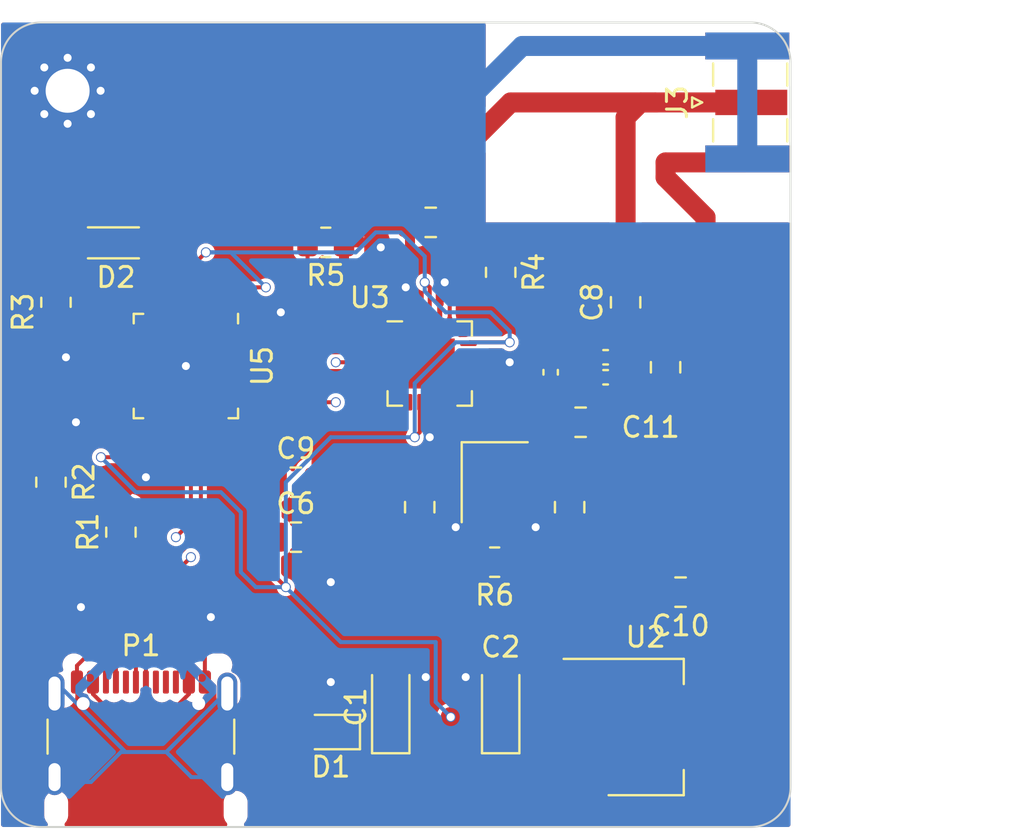
<source format=kicad_pcb>
(kicad_pcb (version 20230913) (generator pcbnew)
  (layers (0 "F.Cu" power) (1 "In1.Cu" power) (2 "In2.Cu" power "SPI") (31 "B.Cu" power) (34 "B.Paste" user) (35 "F.Paste" user) (36 "B.SilkS" user "B.Silkscreen") (37 "F.SilkS" user "F.Silkscreen") (38 "B.Mask" user) (39 "F.Mask" user) (44 "Edge.Cuts" user))
  (net 0 "")
  (net 1 "GND")
  (net 2 "3.3v")
  (net 3 "NRF_IRQ")
  (net 4 "Net-(J3-In)")
  (net 5 "Net-(D1-K)")
  (net 6 "Net-(U3-XC2)")
  (net 7 "Net-(U3-XC1)")
  (net 8 "Net-(C8-Pad1)")
  (net 9 "Net-(U3-VDD_PA)")
  (net 10 "Net-(D1-A)")
  (net 11 "Net-(D2-K)")
  (net 12 "Net-(D2-A)")
  (net 13 "Net-(U3-ANT1)")
  (net 14 "Net-(U3-ANT2)")
  (net 15 "Net-(P1-CC)")
  (net 16 "D+")
  (net 17 "D-")
  (net 19 "unconnected-(P1-SHIELD-PadS1)")
  (net 20 "Net-(D3-K)")
  (net 21 "Net-(U3-IREF)")
  (net 22 "Net-(U5-PH3)")
  (net 23 "NRF_CE")
  (net 24 "SPI_CSn")
  (net 25 "SPI_CSK")
  (net 26 "SPI_MOSI")
  (net 27 "SPI_MISO")
  (net 28 "Net-(U3-DVDD)")
  (net 34 "Net-(D3-A)")
  (net 44 "SWD")
  (net 45 "SWC")
  (footprint "Resistor_SMD:R_0805_2012Metric" (layer "F.Cu") (at 51.75 50.75 180)
    (property "Reference" "R5")
    (property "Value" "100")
  )
  (footprint "Capacitor_Tantalum_SMD:CP_EIA-3216-18_Kemet-A" (layer "F.Cu") (at 55 74 90)
    (property "Reference" "C1")
    (property "Value" "47uF")
  )
  (footprint "Capacitor_SMD:C_0402_1005Metric_Pad0.74x0.62mm_HandSolder" (layer "F.Cu") (at 65.75 56.5)
    (property "Reference" "L3" hide)
    (property "Value" "L")
  )
  (footprint "Capacitor_SMD:C_0805_2012Metric_Pad1.18x1.45mm_HandSolder" (layer "F.Cu") (at 66.75 53.75 90)
    (property "Reference" "C8")
    (property "Value" "C")
  )
  (footprint "Capacitor_SMD:C_0805_2012Metric_Pad1.18x1.45mm_HandSolder" (layer "F.Cu") (at 68.75 57 -90)
    (property "Reference" "C12" hide)
    (property "Value" "C")
  )
  (footprint "Resistor_SMD:R_0805_2012Metric" (layer "F.Cu") (at 60.5 52.25 -90)
    (property "Reference" "R4")
    (property "Value" "100")
  )
  (footprint "MountingHole:MountingHole_2.2mm_M2_Pad_Via" (layer "F.Cu") (at 38.833274 43.166726)
    (property "Reference" "REF**" hide)
    (property "Value" "MountingHole_2.2mm_M2_Pad_Via" hide)
  )
  (footprint "Resistor_SMD:R_0805_2012Metric" (layer "F.Cu") (at 41.5 65.25 90)
    (property "Reference" "R1")
    (property "Value" "100")
  )
  (footprint "Package_TO_SOT_SMD:SOT-223-3_TabPin2" (layer "F.Cu") (at 67.75 75)
    (property "Reference" "U2")
    (property "Value" "LD1117S12TR_SOT223" hide)
  )
  (footprint "LED_SMD:LED_miniPLCC_2315" (layer "F.Cu") (at 41.25 50.75)
    (property "Reference" "D2")
    (property "Value" "LED")
  )
  (footprint "Connector_Coaxial:SMA_Samtec_SMA-J-P-X-ST-EM1_EdgeMount" (layer "F.Cu") (at 72.8375 43.75 90)
    (property "Reference" "J3")
    (property "Value" "Conn_Coaxial")
  )
  (footprint "Capacitor_SMD:C_0402_1005Metric_Pad0.74x0.62mm_HandSolder" (layer "F.Cu") (at 63 57.25 90)
    (property "Reference" "L1" hide)
    (property "Value" "L")
  )
  (footprint "Capacitor_SMD:C_0805_2012Metric_Pad1.18x1.45mm_HandSolder" (layer "F.Cu") (at 50.25 65.5)
    (property "Reference" "C6")
    (property "Value" "C")
  )
  (footprint "Resistor_SMD:R_0805_2012Metric" (layer "F.Cu") (at 38.25 53.75 90)
    (property "Reference" "R3")
    (property "Value" "100")
  )
  (footprint "Capacitor_SMD:C_0805_2012Metric_Pad1.18x1.45mm_HandSolder" (layer "F.Cu") (at 50.25 62.75)
    (property "Reference" "C9")
    (property "Value" "C")
  )
  (footprint "Resistor_SMD:R_0805_2012Metric" (layer "F.Cu") (at 38 62.75 -90)
    (property "Reference" "R2")
    (property "Value" "100")
  )
  (footprint "Capacitor_Tantalum_SMD:CP_EIA-3216-18_Kemet-A" (layer "F.Cu") (at 60.5 74 90)
    (property "Reference" "C2")
    (property "Value" "47uF")
  )
  (footprint "Capacitor_SMD:C_0805_2012Metric_Pad1.18x1.45mm_HandSolder" (layer "F.Cu") (at 63.95 64 -90)
    (property "Reference" "C5" hide)
    (property "Value" "C")
  )
  (footprint "Resistor_SMD:R_0805_2012Metric" (layer "F.Cu") (at 60.2 66.75 180)
    (property "Reference" "R6")
    (property "Value" "100")
  )
  (footprint "Package_DFN_QFN:QFN-20-1EP_4x4mm_P0.5mm_EP2.5x2.5mm" (layer "F.Cu") (at 56.95 56.8125)
    (property "Reference" "U3")
    (property "Value" "nRF24L01P")
  )
  (footprint "Diode_SMD:D_MicroMELF" (layer "F.Cu") (at 52 75.25 180)
    (property "Reference" "D1")
    (property "Value" "BAV300")
  )
  (footprint "Capacitor_SMD:C_0805_2012Metric_Pad1.18x1.45mm_HandSolder" (layer "F.Cu") (at 56.45 64 -90)
    (property "Reference" "C3" hide)
    (property "Value" "C")
  )
  (footprint "Capacitor_SMD:C_0805_2012Metric_Pad1.18x1.45mm_HandSolder" (layer "F.Cu") (at 69.5 68.25 180)
    (property "Reference" "C10")
    (property "Value" "C")
  )
  (footprint "Capacitor_SMD:C_0805_2012Metric_Pad1.18x1.45mm_HandSolder" (layer "F.Cu") (at 57 49.75 180)
    (property "Reference" "C7" hide)
    (property "Value" "C")
  )
  (footprint "Connector_USB:USB_C_Receptacle_GCT_USB4105-xx-A_16P_TopMnt_Horizontal" (layer "F.Cu") (at 42.5 76.43)
    (property "Reference" "P1")
    (property "Value" "USB_C_Plug_USB2.0" hide)
  )
  (footprint "Capacitor_SMD:C_0805_2012Metric_Pad1.18x1.45mm_HandSolder" (layer "F.Cu") (at 64.5 59.75)
    (property "Reference" "C11")
    (property "Value" "C")
  )
  (footprint "Capacitor_SMD:C_0402_1005Metric_Pad0.74x0.62mm_HandSolder" (layer "F.Cu") (at 65.75 57.5)
    (property "Reference" "L2" hide)
    (property "Value" "L")
  )
  (footprint "Package_DFN_QFN:QFN-32-1EP_5x5mm_P0.5mm_EP3.45x3.45mm" (layer "F.Cu") (at 44.75 56.9375 -90)
    (property "Reference" "U5")
    (property "Value" "STM32L432KBUx")
  )
  (footprint "Crystal:Crystal_SMD_Abracon_ABM8AIG-4Pin_3.2x2.5mm" (layer "F.Cu") (at 60.2 62.75 -90)
    (property "Reference" "Y2" hide)
    (property "Value" "Crystal_GND23_Small" hide)
  )
  (gr_arc (start 73 39.75) (mid 74.414214 40.335786) (end 75 41.75) (stroke (width 0.1)) (layer "Edge.Cuts"))
  (gr_line (start 37.5 39.75) (end 73 39.75) (stroke (width 0.1)) (layer "Edge.Cuts"))
  (gr_arc (start 75 78) (mid 74.414214 79.414214) (end 73 80) (stroke (width 0.1)) (layer "Edge.Cuts"))
  (gr_line (start 73 80) (end 37.5 80) (stroke (width 0.1)) (layer "Edge.Cuts"))
  (gr_line (start 75 41.75) (end 75 78) (stroke (width 0.1)) (layer "Edge.Cuts"))
  (gr_arc (start 35.5 41.75) (mid 36.085786 40.335786) (end 37.5 39.75) (stroke (width 0.1)) (layer "Edge.Cuts"))
  (gr_arc (start 37.5 80) (mid 36.085786 79.414214) (end 35.5 78) (stroke (width 0.1)) (layer "Edge.Cuts"))
  (gr_line (start 35.5 78) (end 35.5 41.75) (stroke (width 0.1)) (layer "Edge.Cuts"))
  (segment (start 40 71.23) (end 40 69.5) (width 0.2) (layer "F.Cu") (net 1))
  (segment (start 57.45 54.875) (end 57.45 53) (width 0.2) (layer "F.Cu") (net 1))
  (segment (start 40 69.5) (end 39.5 69) (width 0.2) (layer "F.Cu") (net 1))
  (segment (start 60.5125 56.3125) (end 60.95 56.75) (width 0.2) (layer "F.Cu") (net 1))
  (segment (start 41.5 63.75) (end 42.75 62.5) (width 0.2) (layer "F.Cu") (net 1))
  (segment (start 65.5375 59.75) (end 68.4625 62.675) (width 0.2) (layer "F.Cu") (net 1))
  (segment (start 51.2875 67.0375) (end 52 67.75) (width 0.2) (layer "F.Cu") (net 1))
  (segment (start 58.2125 65.0375) (end 59.4 63.85) (width 0.2) (layer "F.Cu") (net 1))
  (segment (start 55.9625 49.75) (end 53.6625 49.75) (width 1) (layer "F.Cu") (net 1))
  (segment (start 55.95 53.2) (end 55.75 53) (width 0.2) (layer "F.Cu") (net 1))
  (segment (start 56.95 58.75) (end 56.95 60.5) (width 0.2) (layer "F.Cu") (net 1))
  (segment (start 41.5 64.3375) (end 41.5 63.75) (width 0.2) (layer "F.Cu") (net 1))
  (segment (start 45.5 71.23) (end 45.7 71.43) (width 0.2) (layer "F.Cu") (net 1))
  (segment (start 40.0625 58.6875) (end 39.25 59.5) (width 0.2) (layer "F.Cu") (net 1))
  (segment (start 61 63.85) (end 62.1875 65.0375) (width 0.2) (layer "F.Cu") (net 1))
  (segment (start 53.6625 49.75) (end 52.6625 50.75) (width 1) (layer "F.Cu") (net 1))
  (segment (start 51.2875 65.5) (end 51.2875 62.75) (width 0.2) (layer "F.Cu") (net 1))
  (segment (start 67.0375 59.75) (end 65.5375 59.75) (width 0.2) (layer "F.Cu") (net 1))
  (segment (start 38.25 56) (end 38.75 56.5) (width 0.2) (layer "F.Cu") (net 1))
  (segment (start 57.45 53) (end 57.7 52.75) (width 0.2) (layer "F.Cu") (net 1))
  (segment (start 59.4 63.85) (end 61 63.85) (width 0.2) (layer "F.Cu") (net 1))
  (segment (start 55.95 54.875) (end 55.95 53.2) (width 0.2) (layer "F.Cu") (net 1))
  (segment (start 39.3 71.93) (end 39.3 72.75) (width 0.2) (layer "F.Cu") (net 1))
  (segment (start 48.5625 55.1875) (end 49.5 54.25) (width 0.2) (layer "F.Cu") (net 1))
  (segment (start 38 61.8375) (end 38 61) (width 0.2) (layer "F.Cu") (net 1))
  (segment (start 59.4125 51.3375) (end 60.5 51.3375) (width 0.2) (layer "F.Cu") (net 1))
  (segment (start 68.75 58.0375) (end 67.0375 59.75) (width 0.2) (layer "F.Cu") (net 1))
  (segment (start 70.75 56.75) (end 70.75 49.5) (width 1) (layer "F.Cu") (net 1))
  (segment (start 72.6625 46.75) (end 72.8375 46.575) (width 1) (layer "F.Cu") (net 1))
  (segment (start 69.4625 58.0375) (end 70.75 56.75) (width 1) (layer "F.Cu") (net 1))
  (segment (start 58 52.75) (end 59.4125 51.3375) (width 0.2) (layer "F.Cu") (net 1))
  (segment (start 39.25 59.5) (end 39.25 59.75) (width 0.2) (layer "F.Cu") (net 1))
  (segment (start 38.25 54.6625) (end 38.25 56) (width 0.2) (layer "F.Cu") (net 1))
  (segment (start 68.75 46.75) (end 72.6625 46.75) (width 1) (layer "F.Cu") (net 1))
  (segment (start 64.6 72.7) (end 62.8 72.7) (width 1) (layer "F.Cu") (net 1))
  (segment (start 62.8 72.7) (end 62.75 72.75) (width 1) (layer "F.Cu") (net 1))
  (segment (start 68.4625 68.25) (end 66.25 68.25) (width 1) (layer "F.Cu") (net 1))
  (segment (start 45.7 71.43) (end 45.7 72.75) (width 0.2) (layer "F.Cu") (net 1))
  (segment (start 40 71.23) (end 39.3 71.93) (width 0.2) (layer "F.Cu") (net 1))
  (segment (start 56.45 65.0375) (end 58.2125 65.0375) (width 0.2) (layer "F.Cu") (net 1))
  (segment (start 57.7 52.75) (end 58 52.75) (width 0.2) (layer "F.Cu") (net 1))
  (segment (start 68.75 58.0375) (end 69.4625 58.0375) (width 1) (layer "F.Cu") (net 1))
  (segment (start 45.5 71.23) (end 45.5 70) (width 0.2) (layer "F.Cu") (net 1))
  (segment (start 42.3125 58.6875) (end 40.0625 58.6875) (width 0.2) (layer "F.Cu") (net 1))
  (segment (start 62.1875 65.0375) (end 63.95 65.0375) (width 0.2) (layer "F.Cu") (net 1))
  (segment (start 68.4625 62.675) (end 68.4625 68.25) (width 0.2) (layer "F.Cu") (net 1))
  (segment (start 52.6625 50.75) (end 54.25 50.75) (width 0.2) (layer "F.Cu") (net 1))
  (segment (start 66.25 68.25) (end 64.6 69.9) (width 1) (layer "F.Cu") (net 1))
  (segment (start 58.8875 56.3125) (end 60.5125 56.3125) (width 0.2) (layer "F.Cu") (net 1))
  (segment (start 60.5 72.65) (end 64.55 72.65) (width 1) (layer "F.Cu") (net 1))
  (segment (start 45.5 70) (end 46 69.5) (width 0.2) (layer "F.Cu") (net 1))
  (segment (start 54.25 50.75) (end 54.5 51) (width 0.2) (layer "F.Cu") (net 1))
  (segment (start 60.5 72.65) (end 55 72.65) (width 1) (layer "F.Cu") (net 1))
  (segment (start 70.75 49.5) (end 68.75 47.5) (width 1) (layer "F.Cu") (net 1))
  (segment (start 51.2875 65.5) (end 51.2875 67.0375) (width 0.2) (layer "F.Cu") (net 1))
  (segment (start 64.6 69.9) (end 64.6 72.7) (width 1) (layer "F.Cu") (net 1))
  (segment (start 47.1875 55.1875) (end 48.5625 55.1875) (width 0.2) (layer "F.Cu") (net 1))
  (segment (start 68.75 47.5) (end 68.75 46.75) (width 1) (layer "F.Cu") (net 1))
  (segment (start 64.55 72.65) (end 64.6 72.7) (width 1) (layer "F.Cu") (net 1))
  (segment (start 38 61) (end 39.25 59.75) (width 0.2) (layer "F.Cu") (net 1))
  (via (at 58.75 72.5) (size 0.5) (drill 0.4) (layers "F.Cu" "B.Cu") (net 1))
  (via (at 52 72.75) (size 0.5) (drill 0.4) (layers "F.Cu" "B.Cu") (net 1))
  (via (at 56.95 60.5) (size 0.5) (drill 0.4) (layers "F.Cu" "B.Cu") (net 1))
  (via (at 49.5 54.25) (size 0.5) (drill 0.4) (layers "F.Cu" "B.Cu") (net 1))
  (via (at 39.5 69) (size 0.5) (drill 0.4) (layers "F.Cu" "B.Cu") (net 1))
  (via (at 39.25 59.75) (size 0.5) (drill 0.4) (layers "F.Cu" "B.Cu") (net 1))
  (via (at 42.75 62.5) (size 0.5) (drill 0.4) (layers "F.Cu" "B.Cu") (net 1))
  (via (at 58.25 65) (size 0.5) (drill 0.4) (layers "F.Cu" "B.Cu") (net 1))
  (via (at 44.75 56.9375) (size 0.5) (drill 0.4) (layers "F.Cu" "B.Cu") (net 1))
  (via (at 46 69.5) (size 0.5) (drill 0.4) (layers "F.Cu" "B.Cu") (net 1))
  (via (at 54.5 51) (size 0.5) (drill 0.4) (layers "F.Cu" "B.Cu") (net 1))
  (via (at 52 67.75) (size 0.5) (drill 0.4) (layers "F.Cu" "B.Cu") (net 1))
  (via (at 60.95 56.75) (size 0.5) (drill 0.4) (layers "F.Cu" "B.Cu") (net 1))
  (via (at 38.75 56.5) (size 0.5) (drill 0.4) (layers "F.Cu" "B.Cu") (net 1))
  (via (at 62.25 65) (size 0.5) (drill 0.4) (layers "F.Cu" "B.Cu") (net 1))
  (via (at 56.75 72.5) (size 0.5) (drill 0.4) (layers "F.Cu" "B.Cu") (net 1))
  (via (at 57.7 52.75) (size 0.5) (drill 0.4) (layers "F.Cu" "B.Cu") (net 1))
  (via (at 55.75 53) (size 0.5) (drill 0.4) (layers "F.Cu" "B.Cu") (net 1))
  (segment (start 56.95 61.3) (end 56.5 61.75) (width 0.2) (layer "B.Cu") (net 1))
  (segment (start 50.25 71.5) (end 51 72.25) (width 0.2) (layer "B.Cu") (net 1))
  (segment (start 51.5 72.75) (end 52 72.75) (width 0.2) (layer "B.Cu") (net 1))
  (segment (start 61.25 56.75) (end 61.75 56.25) (width 0.2) (layer "B.Cu") (net 1))
  (segment (start 53.75 69.5) (end 58.5 69.5) (width 0.2) (layer "B.Cu") (net 1))
  (segment (start 53 62.75) (end 53 66.75) (width 0.2) (layer "B.Cu") (net 1))
  (segment (start 50 70) (end 50.25 70.25) (width 0.2) (layer "B.Cu") (net 1))
  (segment (start 42.25 61) (end 41.625 60.375) (width 0.2) (layer "B.Cu") (net 1))
  (segment (start 54.75 47.75) (end 57.7 50.7) (width 1) (layer "B.Cu") (net 1))
  (segment (start 42.25 62) (end 42.25 61) (width 0.2) (layer "B.Cu") (net 1))
  (segment (start 60.7 56.5) (end 60.95 56.75) (width 0.2) (layer "B.Cu") (net 1))
  (segment (start 56.5 72.75) (end 56.75 72.5) (width 0.2) (layer "B.Cu") (net 1))
  (segment (start 49.5 54.25) (end 51.75 54.25) (width 0.2) (layer "B.Cu") (net 1))
  (segment (start 58.5 53.5) (end 57.75 52.75) (width 0.2) (layer "B.Cu") (net 1))
  (segment (start 39.25 57) (end 39.25 59.75) (width 0.2) (layer "B.Cu") (net 1))
  (segment (start 47.25 69.5) (end 47.75 70) (width 0.2) (layer "B.Cu") (net 1))
  (segment (start 54 61.75) (end 53 62.75) (width 0.2) (layer "B.Cu") (net 1))
  (segment (start 54.5 51.5) (end 54.5 51) (width 0.2) (layer "B.Cu") (net 1))
  (segment (start 55.75 52.25) (end 55.75 53) (width 0.2) (layer "B.Cu") (net 1))
  (segment (start 52 72.75) (end 56.5 72.75) (width 0.2) (layer "B.Cu") (net 1))
  (segment (start 49.5 55.5) (end 49.5 54.25) (width 0.2) (layer "B.Cu") (net 1))
  (segment (start 41.625 60.375) (end 39.625 60.375) (width 0.2) (layer "B.Cu") (net 1))
  (segment (start 58.25 61.8) (end 58.25 65) (width 0.2) (layer "B.Cu") (net 1))
  (segment (start 58.25 56.5) (end 60.7 56.5) (width 0.2) (layer "B.Cu") (net 1))
  (segment (start 41.9375 59.75) (end 44.75 56.9375) (width 0.2) (layer "B.Cu") (net 1))
  (segment (start 60.25 53.5) (end 58.5 53.5) (width 0.2) (layer "B.Cu") (net 1))
  (segment (start 60.95 56.75) (end 61.25 56.75) (width 0.2) (layer "B.Cu") (net 1))
  (segment (start 52 67.75) (end 53.75 69.5) (width 0.2) (layer "B.Cu") (net 1))
  (segment (start 44.75 56.9375) (end 48.0625 56.9375) (width 0.2) (layer "B.Cu") (net 1))
  (segment (start 53 66.75) (end 52 67.75) (width 0.2) (layer "B.Cu") (net 1))
  (segment (start 58.5 69.5) (end 58.5 72.25) (width 0.2) (layer "B.Cu") (net 1))
  (segment (start 39.75 60.5) (end 39.625 60.375) (width 0.2) (layer "B.Cu") (net 1))
  (segment (start 56.95 60.5) (end 56.95 61.3) (width 0.2) (layer "B.Cu") (net 1))
  (segment (start 51 72.25) (end 51.5 72.75) (width 0.2) (layer "B.Cu") (net 1))
  (segment (start 39.25 60) (end 39.25 59.75) (width 0.2) (layer "B.Cu") (net 1))
  (segment (start 47.75 70) (end 50 70) (width 0.2) (layer "B.Cu") (net 1))
  (segment (start 72.8375 40.925) (end 61.575 40.925) (width 1) (layer "B.Cu") (net 1))
  (segment (start 39.625 60.375) (end 39.25 60) (width 0.2) (layer "B.Cu") (net 1))
  (segment (start 51.75 54.25) (end 54.5 51.5) (width 0.2) (layer "B.Cu") (net 1))
  (segment (start 58.25 65) (end 62.25 65) (width 0.2) (layer "B.Cu") (net 1))
  (segment (start 57.7 50.7) (end 57.7 52.75) (width 1) (layer "B.Cu") (net 1))
  (segment (start 61.575 40.925) (end 54.75 47.75) (width 1) (layer "B.Cu") (net 1))
  (segment (start 56.95 60.5) (end 58.25 61.8) (width 0.2) (layer "B.Cu") (net 1))
  (segment (start 48.0625 56.9375) (end 49.5 55.5) (width 0.2) (layer "B.Cu") (net 1))
  (segment (start 38.75 56.5) (end 39.25 57) (width 0.2) (layer "B.Cu") (net 1))
  (segment (start 46 69.5) (end 47.25 69.5) (width 0.2) (layer "B.Cu") (net 1))
  (segment (start 39.25 59.75) (end 41.9375 59.75) (width 0.2) (layer "B.Cu") (net 1))
  (segment (start 56.95 60.5) (end 56.95 57.8) (width 0.2) (layer "B.Cu") (net 1))
  (segment (start 61.75 56.25) (end 61.75 55) (width 0.2) (layer "B.Cu") (net 1))
  (segment (start 50.25 70.25) (end 50.25 71.5) (width 0.2) (layer "B.Cu") (net 1))
  (segment (start 61.75 55) (end 60.25 53.5) (width 0.2) (layer "B.Cu") (net 1))
  (segment (start 39.5 69) (end 38.25 67.75) (width 0.2) (layer "B.Cu") (net 1))
  (segment (start 38.25 62) (end 39.75 60.5) (width 0.2) (layer "B.Cu") (net 1))
  (segment (start 72.8375 40.925) (end 72.8375 46.575) (width 1) (layer "B.Cu") (net 1))
  (segment (start 54.5 51) (end 55.75 52.25) (width 0.2) (layer "B.Cu") (net 1))
  (segment (start 42.75 62.5) (end 42.25 62) (width 0.2) (layer "B.Cu") (net 1))
  (segment (start 56.5 61.75) (end 54 61.75) (width 0.2) (layer "B.Cu") (net 1))
  (segment (start 58.5 72.25) (end 58.75 72.5) (width 0.2) (layer "B.Cu") (net 1))
  (segment (start 38.25 67.75) (end 38.25 62) (width 0.2) (layer "B.Cu") (net 1))
  (segment (start 56.95 57.8) (end 58.25 56.5) (width 0.2) (layer "B.Cu") (net 1))
  (segment (start 57.75 52.75) (end 57.7 52.75) (width 0.2) (layer "B.Cu") (net 1))
  (segment (start 46.5 54.5) (end 46.5 53.25) (width 0.2) (layer "F.Cu") (net 2))
  (segment (start 56.95 54.875) (end 56.95 53) (width 0.2) (layer "F.Cu") (net 2))
  (segment (start 43 59.375) (end 43 60) (width 0.2) (layer "F.Cu") (net 2))
  (segment (start 43 60) (end 41.5 61.5) (width 0.2) (layer "F.Cu") (net 2))
  (segment (start 64.6 75) (end 60.85 75) (width 1) (layer "F.Cu") (net 2))
  (segment (start 46.75 53) (end 48.75 53) (width 0.2) (layer "F.Cu") (net 2))
  (segment (start 72.5 68.75) (end 72 68.25) (width 1) (layer "F.Cu") (net 2))
  (segment (start 46.5 53.25) (end 46.75 53) (width 0.2) (layer "F.Cu") (net 2))
  (segment (start 44.5 54.5) (end 44.5 52.5) (width 0.2) (layer "F.Cu") (net 2))
  (segment (start 60.5 75.35) (end 58.85 75.35) (width 1) (layer "F.Cu") (net 2))
  (segment (start 72 68.25) (end 70.5375 68.25) (width 1) (layer "F.Cu") (net 2))
  (segment (start 56.45 60.25) (end 56.2 60.5) (width 0.2) (layer "F.Cu") (net 2))
  (segment (start 64.6 75) (end 70.9 75) (width 1) (layer "F.Cu") (net 2))
  (segment (start 49.2125 65.5) (end 49.2125 67.4625) (width 0.2) (layer "F.Cu") (net 2))
  (segment (start 41.5 61.5) (end 40.5 61.5) (width 0.2) (layer "F.Cu") (net 2))
  (segment (start 44.5 52.5) (end 45.75 51.25) (width 0.2) (layer "F.Cu") (net 2))
  (segment (start 70.9 73.1) (end 72.5 71.5) (width 1) (layer "F.Cu") (net 2))
  (segment (start 72.5 71.5) (end 72.5 68.75) (width 1) (layer "F.Cu") (net 2))
  (segment (start 58.95 55.75) (end 60.95 55.75) (width 0.2) (layer "F.Cu") (net 2))
  (segment (start 56.95 53) (end 56.7 52.75) (width 0.2) (layer "F.Cu") (net 2))
  (segment (start 49.2125 67.4625) (end 49.75 68) (width 0.2) (layer "F.Cu") (net 2))
  (segment (start 58.85 75.35) (end 58 74.5) (width 1) (layer "F.Cu") (net 2))
  (segment (start 58.8875 55.8125) (end 58.95 55.75) (width 0.2) (layer "F.Cu") (net 2))
  (segment (start 49.2125 62.75) (end 49.2125 65.5) (width 0.25) (layer "F.Cu") (net 2))
  (segment (start 70.9 75) (end 70.9 73.1) (width 1) (layer "F.Cu") (net 2))
  (segment (start 60.85 75) (end 60.5 75.35) (width 1) (layer "F.Cu") (net 2))
  (segment (start 56.45 58.75) (end 56.45 60.25) (width 0.2) (layer "F.Cu") (net 2))
  (via (at 60.95 55.75) (size 0.5) (drill 0.4) (layers "F.Cu" "B.Cu") (net 2))
  (via (at 48.75 53) (size 0.5) (drill 0.4) (layers "F.Cu" "B.Cu") (net 2))
  (via (at 56.7 52.75) (size 0.5) (drill 0.4) (layers "F.Cu" "B.Cu") (net 2))
  (via (at 45.75 51.25) (size 0.5) (drill 0.4) (layers "F.Cu" "B.Cu") (net 2))
  (via (at 49.75 68) (size 0.5) (drill 0.4) (layers "F.Cu" "B.Cu") (net 2))
  (via (at 40.5 61.5) (size 0.5) (drill 0.4) (layers "F.Cu" "B.Cu") (net 2))
  (via (at 58 74.5) (size 0.5) (drill 0.4) (layers "F.Cu" "B.Cu") (net 2))
  (via (at 56.2 60.5) (size 0.5) (drill 0.4) (layers "F.Cu" "B.Cu") (net 2))
  (segment (start 40.5 61.5) (end 42.25 63.25) (width 0.2) (layer "B.Cu") (net 2))
  (segment (start 56.7 52.75) (end 56.7 53.2) (width 0.2) (layer "B.Cu") (net 2))
  (segment (start 45.75 51.25) (end 53.25 51.25) (width 0.2) (layer "B.Cu") (net 2))
  (segment (start 47.5 64.25) (end 47.5 67.25) (width 0.2) (layer "B.Cu") (net 2))
  (segment (start 57.25 70.75) (end 57.25 73.75) (width 0.2) (layer "B.Cu") (net 2))
  (segment (start 48.25 68) (end 49.75 68) (width 0.2) (layer "B.Cu") (net 2))
  (segment (start 47.5 67.25) (end 48.25 68) (width 0.2) (layer "B.Cu") (net 2))
  (segment (start 60.95 55.75) (end 58.25 55.75) (width 0.2) (layer "B.Cu") (net 2))
  (segment (start 54.25 50.25) (end 55.5 50.25) (width 0.2) (layer "B.Cu") (net 2))
  (segment (start 49.75 68) (end 52.5 70.75) (width 0.2) (layer "B.Cu") (net 2))
  (segment (start 52 60.5) (end 56.2 60.5) (width 0.2) (layer "B.Cu") (net 2))
  (segment (start 42.25 63.25) (end 46.5 63.25) (width 0.2) (layer "B.Cu") (net 2))
  (segment (start 52.5 70.75) (end 57.25 70.75) (width 0.2) (layer "B.Cu") (net 2))
  (segment (start 60.95 55.2) (end 60.95 55.75) (width 0.2) (layer "B.Cu") (net 2))
  (segment (start 47 51.25) (end 45.75 51.25) (width 0.2) (layer "B.Cu") (net 2))
  (segment (start 60 54.25) (end 60.95 55.2) (width 0.2) (layer "B.Cu") (net 2))
  (segment (start 55.5 50.25) (end 56.7 51.45) (width 0.2) (layer "B.Cu") (net 2))
  (segment (start 56.7 53.2) (end 57.75 54.25) (width 0.2) (layer "B.Cu") (net 2))
  (segment (start 49.75 68) (end 49.75 62.75) (width 0.2) (layer "B.Cu") (net 2))
  (segment (start 53.25 51.25) (end 54.25 50.25) (width 0.2) (layer "B.Cu") (net 2))
  (segment (start 58.25 55.75) (end 56.2 57.8) (width 0.2) (layer "B.Cu") (net 2))
  (segment (start 48.75 53) (end 47 51.25) (width 0.2) (layer "B.Cu") (net 2))
  (segment (start 56.2 57.8) (end 56.2 60.5) (width 0.2) (layer "B.Cu") (net 2))
  (segment (start 56.7 51.45) (end 56.7 52.75) (width 0.2) (layer "B.Cu") (net 2))
  (segment (start 57.25 73.75) (end 58 74.5) (width 0.2) (layer "B.Cu") (net 2))
  (segment (start 49.75 62.75) (end 52 60.5) (width 0.2) (layer "B.Cu") (net 2))
  (segment (start 46.5 63.25) (end 47.5 64.25) (width 0.2) (layer "B.Cu") (net 2))
  (segment (start 57.75 54.25) (end 60 54.25) (width 0.2) (layer "B.Cu") (net 2))
  (segment (start 55.75 59.75) (end 55.75 58.95) (width 0.2) (layer "F.Cu") (net 3))
  (segment (start 47.1875 58.6875) (end 50.6875 58.6875) (width 0.2) (layer "F.Cu") (net 3))
  (segment (start 51.75 59.75) (end 55.75 59.75) (width 0.2) (layer "F.Cu") (net 3))
  (segment (start 50.6875 58.6875) (end 51.75 59.75) (width 0.2) (layer "F.Cu") (net 3))
  (segment (start 55.75 58.95) (end 55.95 58.75) (width 0.2) (layer "F.Cu") (net 3))
  (segment (start 58.0375 46.7125) (end 61 43.75) (width 1) (layer "F.Cu") (net 4))
  (segment (start 66.75 52.7125) (end 66.75 44.5) (width 1) (layer "F.Cu") (net 4))
  (segment (start 66.75 44.5) (end 67.5 43.75) (width 1) (layer "F.Cu") (net 4))
  (segment (start 67.5 43.75) (end 68.25 43.75) (width 1) (layer "F.Cu") (net 4))
  (segment (start 61 43.75) (end 68.25 43.75) (width 1) (layer "F.Cu") (net 4))
  (segment (start 58.0375 49.75) (end 58.0375 46.7125) (width 1) (layer "F.Cu") (net 4))
  (segment (start 68.25 43.75) (end 73.0375 43.75) (width 1) (layer "F.Cu") (net 4))
  (segment (start 56.5 75.35) (end 58.65 77.5) (width 1) (layer "F.Cu") (net 5))
  (segment (start 64.4 77.5) (end 64.6 77.3) (width 1) (layer "F.Cu") (net 5))
  (segment (start 56.5 75.35) (end 52.9 75.35) (width 1) (layer "F.Cu") (net 5))
  (segment (start 58.65 77.5) (end 64.4 77.5) (width 1) (layer "F.Cu") (net 5))
  (segment (start 52.9 75.35) (end 52.8 75.25) (width 1) (layer "F.Cu") (net 5))
  (segment (start 55.45 62.75) (end 55.6625 62.9625) (width 0.2) (layer "F.Cu") (net 6))
  (segment (start 59.4 61.45) (end 59.4 61.65) (width 0.2) (layer "F.Cu") (net 6))
  (segment (start 54.7 66) (end 54.7 63.5) (width 0.2) (layer "F.Cu") (net 6))
  (segment (start 59.2875 66.75) (end 55.45 66.75) (width 0.2) (layer "F.Cu") (net 6))
  (segment (start 59.4 61.65) (end 57.7625 61.65) (width 0.2) (layer "F.Cu") (net 6))
  (segment (start 57.7625 61.65) (end 56.45 62.9625) (width 0.2) (layer "F.Cu") (net 6))
  (segment (start 55.6625 62.9625) (end 56.45 62.9625) (width 0.2) (layer "F.Cu") (net 6))
  (segment (start 57.45 58.75) (end 57.45 59.5) (width 0.2) (layer "F.Cu") (net 6))
  (segment (start 54.7 63.5) (end 55.45 62.75) (width 0.2) (layer "F.Cu") (net 6))
  (segment (start 55.45 66.75) (end 54.7 66) (width 0.2) (layer "F.Cu") (net 6))
  (segment (start 57.45 59.5) (end 59.4 61.45) (width 0.2) (layer "F.Cu") (net 6))
  (segment (start 61 61.65) (end 62.6375 61.65) (width 0.2) (layer "F.Cu") (net 7))
  (segment (start 60.95 60.5) (end 60.95 61.6) (width 0.2) (layer "F.Cu") (net 7))
  (segment (start 62.6375 61.65) (end 63.95 62.9625) (width 0.2) (layer "F.Cu") (net 7))
  (segment (start 61.1125 66.75) (end 64.95 66.75) (width 0.2) (layer "F.Cu") (net 7))
  (segment (start 57.95 58.75) (end 57.95 59.25) (width 0.2) (layer "F.Cu") (net 7))
  (segment (start 57.95 59.25) (end 59.2 60.5) (width 0.2) (layer "F.Cu") (net 7))
  (segment (start 59.2 60.5) (end 60.95 60.5) (width 0.2) (layer "F.Cu") (net 7))
  (segment (start 64.95 66.75) (end 65.45 66.25) (width 0.2) (layer "F.Cu") (net 7))
  (segment (start 60.95 61.6) (end 61 61.65) (width 0.2) (layer "F.Cu") (net 7))
  (segment (start 65.45 66.25) (end 65.45 63.25) (width 0.2) (layer "F.Cu") (net 7))
  (segment (start 65.45 63.25) (end 65.1625 62.9625) (width 0.2) (layer "F.Cu") (net 7))
  (segment (start 65.1625 62.9625) (end 63.95 62.9625) (width 0.2) (layer "F.Cu") (net 7))
  (segment (start 66.3175 56.5) (end 66.3175 55.22) (width 0.2) (layer "F.Cu") (net 8))
  (segment (start 66.3175 55.22) (end 66.75 54.7875) (width 0.2) (layer "F.Cu") (net 8))
  (segment (start 66.3175 57.5) (end 67.25 57.5) (width 0.2) (layer "F.Cu") (net 9))
  (segment (start 64 58.5) (end 65.75 58.5) (width 0.2) (layer "F.Cu") (net 9))
  (segment (start 63.4625 59.75) (end 63.4625 59.0375) (width 0.2) (layer "F.Cu") (net 9))
  (segment (start 67.25 57.5) (end 67.5 57.25) (width 0.2) (layer "F.Cu") (net 9))
  (segment (start 67.5 57.2125) (end 68.75 55.9625) (width 0.2) (layer "F.Cu") (net 9))
  (segment (start 65.75 58.5) (end 66.3175 57.9325) (width 0.2) (layer "F.Cu") (net 9))
  (segment (start 58.8875 57.8125) (end 59.8125 57.8125) (width 0.2) (layer "F.Cu") (net 9))
  (segment (start 59.8125 57.8125) (end 61.75 59.75) (width 0.2) (layer "F.Cu") (net 9))
  (segment (start 66.3175 57.9325) (end 66.3175 57.5) (width 0.2) (layer "F.Cu") (net 9))
  (segment (start 67.5 57.25) (end 67.5 57.2125) (width 0.2) (layer "F.Cu") (net 9))
  (segment (start 61.75 59.75) (end 63.4625 59.75) (width 0.2) (layer "F.Cu") (net 9))
  (segment (start 63.4625 59.0375) (end 64 58.5) (width 0.2) (layer "F.Cu") (net 9))
  (segment (start 48 69.25) (end 46.75 68) (width 0.2) (layer "F.Cu") (net 10))
  (segment (start 44.9 73.35) (end 44 74.25) (width 0.2) (layer "F.Cu") (net 10))
  (segment (start 46.25 68) (end 46 68.25) (width 0.2) (layer "F.Cu") (net 10))
  (segment (start 49.25 73.3) (end 49.25 69.25) (width 0.2) (layer "F.Cu") (net 10))
  (segment (start 44 74.25) (end 41 74.25) (width 0.2) (layer "F.Cu") (net 10))
  (segment (start 45 68.25) (end 44 69.25) (width 0.2) (layer "F.Cu") (net 10))
  (segment (start 44.9 72.75) (end 44.9 73.35) (width 0.2) (layer "F.Cu") (net 10))
  (segment (start 51.2 75.25) (end 49.25 73.3) (width 0.2) (layer "F.Cu") (net 10))
  (segment (start 46 68.25) (end 45 68.25) (width 0.2) (layer "F.Cu") (net 10))
  (segment (start 45 71.75) (end 44.9 71.85) (width 0.2) (layer "F.Cu") (net 10))
  (segment (start 44.48 71.23) (end 45 71.75) (width 0.2) (layer "F.Cu") (net 10))
  (segment (start 44 71.23) (end 44.48 71.23) (width 0.2) (layer "F.Cu") (net 10))
  (segment (start 46.75 68) (end 46.25 68) (width 0.2) (layer "F.Cu") (net 10))
  (segment (start 40.1 73.35) (end 40.1 72.75) (width 0.2) (layer "F.Cu") (net 10))
  (segment (start 44 69.25) (end 44 71.23) (width 0.2) (layer "F.Cu") (net 10))
  (segment (start 41 74.25) (end 40.1 73.35) (width 0.2) (layer "F.Cu") (net 10))
  (segment (start 49.25 69.25) (end 48 69.25) (width 0.2) (layer "F.Cu") (net 10))
  (segment (start 44.9 71.85) (end 44.9 72.75) (width 0.2) (layer "F.Cu") (net 10))
  (segment (start 39 50.75) (end 38.25 51.5) (width 0.2) (layer "F.Cu") (net 11))
  (segment (start 40.25 50.75) (end 39 50.75) (width 0.2) (layer "F.Cu") (net 11))
  (segment (start 38.25 51.5) (end 38.25 52.8375) (width 0.2) (layer "F.Cu") (net 11))
  (segment (start 43 52.5) (end 43.5 52) (width 0.2) (layer "F.Cu") (net 12))
  (segment (start 43.5 52) (end 43.5 51) (width 0.2) (layer "F.Cu") (net 12))
  (segment (start 43.5 51) (end 42.5 51) (width 0.2) (layer "F.Cu") (net 12))
  (segment (start 42.5 51) (end 42.25 50.75) (width 0.2) (layer "F.Cu") (net 12))
  (segment (start 43 54.5) (end 43 52.5) (width 0.2) (layer "F.Cu") (net 12))
  (segment (start 60.815686 58.25) (end 61.5 58.25) (width 0.2) (layer "F.Cu") (net 13))
  (segment (start 63.0675 57.75) (end 63 57.8175) (width 0.2) (layer "F.Cu") (net 13))
  (segment (start 59.878186 57.3125) (end 60.815686 58.25) (width 0.2) (layer "F.Cu") (net 13))
  (segment (start 65.1825 57.5) (end 64.9325 57.75) (width 0.2) (layer "F.Cu") (net 13))
  (segment (start 64.9325 57.75) (end 63.0675 57.75) (width 0.2) (layer "F.Cu") (net 13))
  (segment (start 58.8875 57.3125) (end 59.878186 57.3125) (width 0.2) (layer "F.Cu") (net 13))
  (segment (start 61.5 58.25) (end 61.9325 57.8175) (width 0.2) (layer "F.Cu") (net 13))
  (segment (start 61.9325 57.8175) (end 63 57.8175) (width 0.2) (layer "F.Cu") (net 13))
  (segment (start 58.8875 56.8125) (end 60.0625 56.8125) (width 0.2) (layer "F.Cu") (net 14))
  (segment (start 62 56.75) (end 62.9325 56.75) (width 0.2) (layer "F.Cu") (net 14))
  (segment (start 65.1825 56.5) (end 63.1825 56.5) (width 0.2) (layer "F.Cu") (net 14))
  (segment (start 61.25 57.5) (end 62 56.75) (width 0.2) (layer "F.Cu") (net 14))
  (segment (start 60.75 57.5) (end 61.25 57.5) (width 0.2) (layer "F.Cu") (net 14))
  (segment (start 60.0625 56.8125) (end 60.75 57.5) (width 0.2) (layer "F.Cu") (net 14))
  (segment (start 62.9325 56.75) (end 63 56.6825) (width 0.2) (layer "F.Cu") (net 14))
  (segment (start 63.1825 56.5) (end 63 56.6825) (width 0.2) (layer "F.Cu") (net 14))
  (segment (start 41.25 71.75) (end 41.25 72.75) (width 0.2) (layer "F.Cu") (net 15))
  (segment (start 41.77 71.23) (end 41.25 71.75) (width 0.2) (layer "F.Cu") (net 15))
  (segment (start 42 71.23) (end 41.77 71.23) (width 0.2) (layer "F.Cu") (net 15))
  (segment (start 41.25 68.5) (end 41.25 66.4125) (width 0.2) (layer "F.Cu") (net 15))
  (segment (start 42 71.23) (end 42 69.25) (width 0.2) (layer "F.Cu") (net 15))
  (segment (start 42 69.25) (end 41.25 68.5) (width 0.2) (layer "F.Cu") (net 15))
  (segment (start 41.25 66.4125) (end 41.5 66.1625) (width 0.2) (layer "F.Cu") (net 15))
  (segment (start 42.5 71.295685) (end 42.25 71.545685) (width 0.2) (layer "F.Cu") (net 16))
  (segment (start 42.25 71.545685) (end 42.25 72.75) (width 0.2) (layer "F.Cu") (net 16))
  (segment (start 42.5 68.25) (end 42.5 71.295685) (width 0.2) (layer "F.Cu") (net 16))
  (segment (start 45.5 65.25) (end 42.5 68.25) (width 0.2) (layer "F.Cu") (net 16))
  (segment (start 45.5 59.375) (end 45.5 65.25) (width 0.2) (layer "F.Cu") (net 16))
  (segment (start 42.75 71.75) (end 42.75 72.75) (width 0.2) (layer "F.Cu") (net 17))
  (segment (start 43 68.5) (end 43 71.5) (width 0.2) (layer "F.Cu") (net 17))
  (segment (start 45 66.5) (end 43 68.5) (width 0.2) (layer "F.Cu") (net 17))
  (segment (start 45 59.375) (end 45 64.75) (width 0.2) (layer "F.Cu") (net 17))
  (segment (start 43 71.5) (end 42.75 71.75) (width 0.2) (layer "F.Cu") (net 17))
  (segment (start 45 64.75) (end 44.25 65.5) (width 0.2) (layer "F.Cu") (net 17))
  (via (at 44.25 65.5) (size 0.5) (drill 0.4) (layers "F.Cu" "B.Cu") (net 17))
  (via (at 45 66.5) (size 0.5) (drill 0.4) (layers "F.Cu" "B.Cu") (net 17))
  (segment (start 40 77.75) (end 38.425 77.75) (width 0.2) (layer "B.Cu") (net 19))
  (segment (start 46.82 77.505) (end 45.025 77.505) (width 0.2) (layer "B.Cu") (net 19))
  (segment (start 43.77 76.25) (end 41.73 76.25) (width 0.2) (layer "B.Cu") (net 19))
  (segment (start 41.73 76.25) (end 41.5 76.25) (width 0.2) (layer "B.Cu") (net 19))
  (segment (start 41.5 76.25) (end 40 77.75) (width 0.2) (layer "B.Cu") (net 19))
  (segment (start 41.73 76.25) (end 38.62 73.14) (width 0.2) (layer "B.Cu") (net 19))
  (segment (start 38.425 77.75) (end 38.18 77.505) (width 0.2) (layer "B.Cu") (net 19))
  (segment (start 45.025 77.505) (end 43.77 76.25) (width 0.2) (layer "B.Cu") (net 19))
  (segment (start 46.88 73.14) (end 43.77 76.25) (width 0.2) (layer "B.Cu") (net 19))
  (segment (start 57.95 53.8) (end 58.25 53.5) (width 0.2) (layer "F.Cu") (net 21))
  (segment (start 57.95 54.875) (end 57.95 53.8) (width 0.2) (layer "F.Cu") (net 21))
  (segment (start 60.1625 53.5) (end 60.5 53.1625) (width 0.2) (layer "F.Cu") (net 21))
  (segment (start 58.25 53.5) (end 60.1625 53.5) (width 0.2) (layer "F.Cu") (net 21))
  (segment (start 49.5625 55.6875) (end 50.8375 54.4125) (width 0.2) (layer "F.Cu") (net 22))
  (segment (start 50.8375 54.4125) (end 50.8375 50.75) (width 0.2) (layer "F.Cu") (net 22))
  (segment (start 47.1875 55.6875) (end 49.5625 55.6875) (width 0.2) (layer "F.Cu") (net 22))
  (segment (start 50.5625 56.1875) (end 51 55.75) (width 0.2) (layer "F.Cu") (net 23))
  (segment (start 54.95 55.75) (end 55.0125 55.8125) (width 0.2) (layer "F.Cu") (net 23))
  (segment (start 47.1875 56.1875) (end 50.5625 56.1875) (width 0.2) (layer "F.Cu") (net 23))
  (segment (start 51 55.75) (end 54.95 55.75) (width 0.2) (layer "F.Cu") (net 23))
  (segment (start 50.8125 56.6875) (end 51.25 56.25) (width 0.2) (layer "F.Cu") (net 24))
  (segment (start 54.95 56.25) (end 55.0125 56.3125) (width 0.2) (layer "F.Cu") (net 24))
  (segment (start 51.25 56.25) (end 54.95 56.25) (width 0.2) (layer "F.Cu") (net 24))
  (segment (start 47.1875 56.6875) (end 50.8125 56.6875) (width 0.2) (layer "F.Cu") (net 24))
  (segment (start 51.1875 58.1875) (end 51.75 58.75) (width 0.2) (layer "F.Cu") (net 25))
  (segment (start 51.75 58.75) (end 52.25 58.75) (width 0.2) (layer "F.Cu") (net 25))
  (segment (start 54 56.75) (end 52.25 56.75) (width 0.2) (layer "F.Cu") (net 25))
  (segment (start 47.1875 58.1875) (end 51.1875 58.1875) (width 0.2) (layer "F.Cu") (net 25))
  (segment (start 54.0625 56.8125) (end 54 56.75) (width 0.2) (layer "F.Cu") (net 25))
  (segment (start 55.0125 56.8125) (end 54.0625 56.8125) (width 0.2) (layer "F.Cu") (net 25))
  (via (at 52.25 58.75) (size 0.5) (drill 0.4) (layers "F.Cu" "B.Cu") (net 25))
  (via (at 52.25 56.75) (size 0.5) (drill 0.4) (layers "F.Cu" "B.Cu") (net 25))
  (segment (start 54.95 57.25) (end 55.0125 57.3125) (width 0.2) (layer "F.Cu") (net 26))
  (segment (start 47.1875 57.1875) (end 53.6875 57.1875) (width 0.2) (layer "F.Cu") (net 26))
  (segment (start 53.6875 57.1875) (end 53.75 57.25) (width 0.2) (layer "F.Cu") (net 26))
  (segment (start 53.75 57.25) (end 54.95 57.25) (width 0.2) (layer "F.Cu") (net 26))
  (segment (start 54.95 57.75) (end 55.0125 57.8125) (width 0.2) (layer "F.Cu") (net 27))
  (segment (start 47.1875 57.6875) (end 53.6875 57.6875) (width 0.2) (layer "F.Cu") (net 27))
  (segment (start 53.6875 57.6875) (end 53.75 57.75) (width 0.2) (layer "F.Cu") (net 27))
  (segment (start 53.75 57.75) (end 54.95 57.75) (width 0.2) (layer "F.Cu") (net 27))
  (zone (net 1) (net_name "GND") (layers "F.Cu" "In1.Cu" "B.Cu") (connect_pads (clearance 0.2)) (min_thickness 0.25) (fill yes (thermal_gap 0.5) (thermal_bridge_width 0.5))
    (polygon (pts (xy 75 49.75) (xy 59.75 49.75) (xy 59.75 39.75) (xy 35.5 39.75) (xy 35.5 80) (xy 75 80)))
  )
)
</source>
